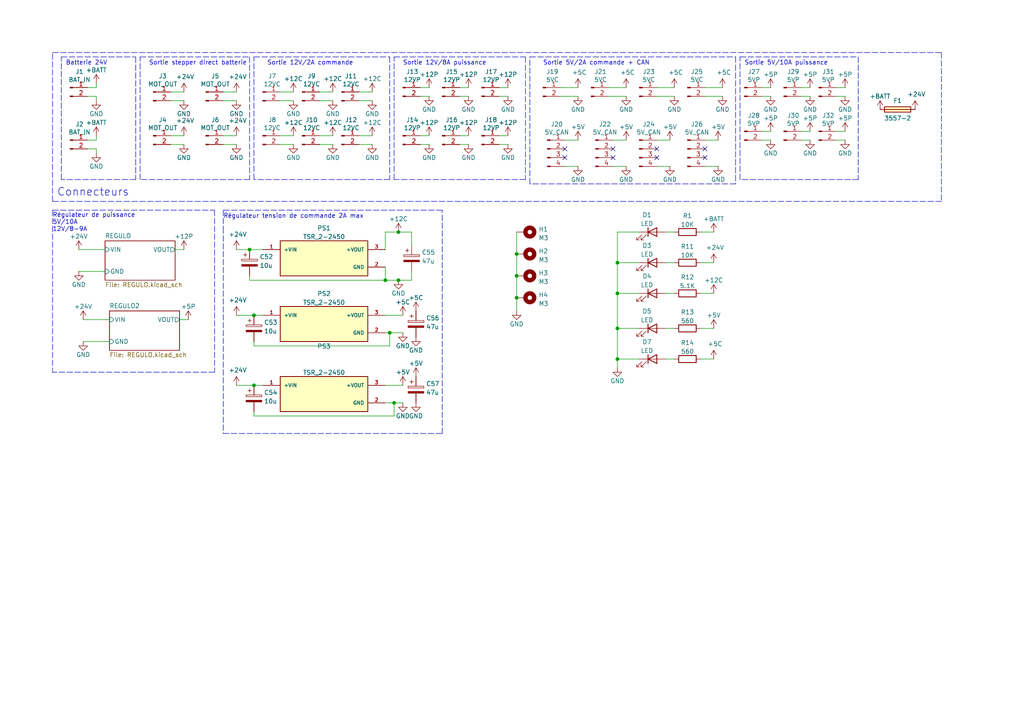
<source format=kicad_sch>
(kicad_sch (version 20211123) (generator eeschema)
  (paper "A4")
  (lib_symbols
    (symbol "AREA_composant:3557-2" (pin_numbers hide) (pin_names (offset 1.016) hide)
      (property "Reference" "F" (at -3.81 1.397 0))
      (property "Value" "3557-2" (at -3.81 -2.921 0))
      (symbol "3557-2_0_0"
        (rectangle (start -3.81 -0.762) (end 3.81 0.762) (stroke (width 0.254)) (fill (type background)))
        (pin passive line (at -5.08 0 0) (length 2.54) (name "~") (number "1"))
        (pin passive line (at -2.54 0 0) (length 2.54) (name "~") (number "2"))
        (pin passive line (at 5.08 0 180) (length 2.54) (name "~") (number "3"))
        (pin passive line (at 2.54 0 180) (length 2.54) (name "~") (number "4"))
      )
    )
    (symbol "AREA_composant:TSR_2-2450" (pin_names (offset 1.016))
      (property "Reference" "PS" (at -12.7 5.588 0))
      (property "Value" "TSR_2-2450" (at -12.7 -7.62 0))
      (symbol "TSR_2-2450_0_0"
        (rectangle (start -12.7 -5.08) (end 12.7 5.08) (stroke (width 0.254)) (fill (type background)))
        (pin input line (at -17.78 2.54 0) (length 5.08) (name "+VIN") (number "1"))
        (pin power_in line (at 17.78 -2.54 180) (length 5.08) (name "GND") (number "2"))
        (pin output line (at 17.78 2.54 180) (length 5.08) (name "+VOUT") (number "3"))
      )
    )
    (symbol "Connector:Conn_01x02_Male" (pin_names (offset 1.016) hide)
      (property "Reference" "J" (at 0 2.54 0))
      (property "Value" "Conn_01x02_Male" (at 0 -5.08 0))
      (symbol "Conn_01x02_Male_1_1"
        (polyline (pts (xy 1.27 -2.54) (xy 0.8636 -2.54)) (stroke (width 0.1524)))
        (polyline (pts (xy 1.27 0) (xy 0.8636 0)) (stroke (width 0.1524)))
        (rectangle (start 0.8636 -2.413) (end 0 -2.667) (stroke (width 0.1524)) (fill (type outline)))
        (rectangle (start 0.8636 0.127) (end 0 -0.127) (stroke (width 0.1524)) (fill (type outline)))
        (pin passive line (at 5.08 0 180) (length 3.81) (name "Pin_1") (number "1"))
        (pin passive line (at 5.08 -2.54 180) (length 3.81) (name "Pin_2") (number "2"))
      )
    )
    (symbol "Connector:Conn_01x04_Male" (pin_names (offset 1.016) hide)
      (property "Reference" "J" (at 0 5.08 0))
      (property "Value" "Conn_01x04_Male" (at 0 -7.62 0))
      (symbol "Conn_01x04_Male_1_1"
        (polyline (pts (xy 1.27 -5.08) (xy 0.8636 -5.08)) (stroke (width 0.1524)))
        (polyline (pts (xy 1.27 -2.54) (xy 0.8636 -2.54)) (stroke (width 0.1524)))
        (polyline (pts (xy 1.27 0) (xy 0.8636 0)) (stroke (width 0.1524)))
        (polyline (pts (xy 1.27 2.54) (xy 0.8636 2.54)) (stroke (width 0.1524)))
        (rectangle (start 0.8636 -4.953) (end 0 -5.207) (stroke (width 0.1524)) (fill (type outline)))
        (rectangle (start 0.8636 -2.413) (end 0 -2.667) (stroke (width 0.1524)) (fill (type outline)))
        (rectangle (start 0.8636 0.127) (end 0 -0.127) (stroke (width 0.1524)) (fill (type outline)))
        (rectangle (start 0.8636 2.667) (end 0 2.413) (stroke (width 0.1524)) (fill (type outline)))
        (pin passive line (at 5.08 2.54 180) (length 3.81) (name "Pin_1") (number "1"))
        (pin passive line (at 5.08 0 180) (length 3.81) (name "Pin_2") (number "2"))
        (pin passive line (at 5.08 -2.54 180) (length 3.81) (name "Pin_3") (number "3"))
        (pin passive line (at 5.08 -5.08 180) (length 3.81) (name "Pin_4") (number "4"))
      )
    )
    (symbol "Device:C_Polarized" (pin_numbers hide) (pin_names (offset 0.254))
      (property "Reference" "C" (at 0.635 2.54 0))
      (property "Value" "C_Polarized" (at 0.635 -2.54 0))
      (symbol "C_Polarized_0_1"
        (rectangle (start -2.286 0.508) (end 2.286 1.016))
        (polyline (pts (xy -1.778 2.286) (xy -0.762 2.286)))
        (polyline (pts (xy -1.27 2.794) (xy -1.27 1.778)))
        (rectangle (start 2.286 -0.508) (end -2.286 -1.016) (fill (type outline)))
      )
      (symbol "C_Polarized_1_1"
        (pin passive line (at 0 3.81 270) (length 2.794) (name "~") (number "1"))
        (pin passive line (at 0 -3.81 90) (length 2.794) (name "~") (number "2"))
      )
    )
    (symbol "Device:LED" (pin_numbers hide) (pin_names (offset 1.016) hide)
      (property "Reference" "D" (at 0 2.54 0))
      (property "Value" "LED" (at 0 -2.54 0))
      (symbol "LED_0_1"
        (polyline (pts (xy -1.27 -1.27) (xy -1.27 1.27)) (stroke (width 0.254)))
        (polyline (pts (xy -1.27 0) (xy 1.27 0)))
        (polyline (pts (xy 1.27 -1.27) (xy 1.27 1.27) (xy -1.27 0) (xy 1.27 -1.27)) (stroke (width 0.254)))
        (polyline (pts (xy -3.048 -0.762) (xy -4.572 -2.286) (xy -3.81 -2.286) (xy -4.572 -2.286) (xy -4.572 -1.524)))
        (polyline (pts (xy -1.778 -0.762) (xy -3.302 -2.286) (xy -2.54 -2.286) (xy -3.302 -2.286) (xy -3.302 -1.524)))
      )
      (symbol "LED_1_1"
        (pin passive line (at -3.81 0 0) (length 2.54) (name "K") (number "1"))
        (pin passive line (at 3.81 0 180) (length 2.54) (name "A") (number "2"))
      )
    )
    (symbol "Device:R" (pin_numbers hide) (pin_names (offset 0))
      (property "Reference" "R" (at 2.032 0 90))
      (property "Value" "R" (at 0 0 90))
      (symbol "R_0_1"
        (rectangle (start -1.016 -2.54) (end 1.016 2.54) (stroke (width 0.254)))
      )
      (symbol "R_1_1"
        (pin passive line (at 0 3.81 270) (length 1.27) (name "~") (number "1"))
        (pin passive line (at 0 -3.81 90) (length 1.27) (name "~") (number "2"))
      )
    )
    (symbol "Mechanical:MountingHole_Pad" (pin_numbers hide) (pin_names (offset 1.016) hide)
      (property "Reference" "H" (at 0 6.35 0))
      (property "Value" "MountingHole_Pad" (at 0 4.445 0))
      (symbol "MountingHole_Pad_0_1"
        (circle (center 0 1.27) (radius 1.27) (stroke (width 1.27)))
      )
      (symbol "MountingHole_Pad_1_1"
        (pin input line (at 0 -2.54 90) (length 2.54) (name "1") (number "1"))
      )
    )
    (symbol "power:+12C" (power) (pin_names (offset 0))
      (property "Value" "+12C" (at 0 3.81 0))
      (symbol "+12C_0_1"
        (polyline (pts (xy -0.762 1.27) (xy 0 2.54)))
        (polyline (pts (xy 0 0) (xy 0 2.54)))
        (polyline (pts (xy 0 2.54) (xy 0.762 1.27)))
      )
      (symbol "+12C_1_1"
        (pin power_in line (at 0 0 90) (length 0) hide (name "+12C") (number "1"))
      )
    )
    (symbol "power:+12P" (power) (pin_names (offset 0))
      (property "Value" "+12P" (at 0 3.556 0))
      (symbol "+12P_0_1"
        (polyline (pts (xy -0.762 1.27) (xy 0 2.54)))
        (polyline (pts (xy 0 0) (xy 0 2.54)))
        (polyline (pts (xy 0 2.54) (xy 0.762 1.27)))
      )
      (symbol "+12P_1_1"
        (pin power_in line (at 0 0 90) (length 0) hide (name "+12P") (number "1"))
      )
    )
    (symbol "power:+24V" (power) (pin_names (offset 0))
      (property "Value" "+24V" (at 0 3.556 0))
      (symbol "+24V_0_1"
        (polyline (pts (xy -0.762 1.27) (xy 0 2.54)))
        (polyline (pts (xy 0 0) (xy 0 2.54)))
        (polyline (pts (xy 0 2.54) (xy 0.762 1.27)))
      )
      (symbol "+24V_1_1"
        (pin power_in line (at 0 0 90) (length 0) hide (name "+24V") (number "1"))
      )
    )
    (symbol "power:+5C" (power) (pin_names (offset 0))
      (property "Value" "+5C" (at 0 3.556 0))
      (symbol "+5C_0_1"
        (polyline (pts (xy -0.762 1.27) (xy 0 2.54)))
        (polyline (pts (xy 0 0) (xy 0 2.54)))
        (polyline (pts (xy 0 2.54) (xy 0.762 1.27)))
      )
      (symbol "+5C_1_1"
        (pin power_in line (at 0 0 90) (length 0) hide (name "+5C") (number "1"))
      )
    )
    (symbol "power:+5P" (power) (pin_names (offset 0))
      (property "Value" "+5P" (at 0 3.556 0))
      (symbol "+5P_0_1"
        (polyline (pts (xy -0.762 1.27) (xy 0 2.54)))
        (polyline (pts (xy 0 0) (xy 0 2.54)))
        (polyline (pts (xy 0 2.54) (xy 0.762 1.27)))
      )
      (symbol "+5P_1_1"
        (pin power_in line (at 0 0 90) (length 0) hide (name "+5P") (number "1"))
      )
    )
    (symbol "power:+5V" (power) (pin_names (offset 0))
      (property "Value" "+5V" (at 0 3.556 0))
      (symbol "+5V_0_1"
        (polyline (pts (xy -0.762 1.27) (xy 0 2.54)))
        (polyline (pts (xy 0 0) (xy 0 2.54)))
        (polyline (pts (xy 0 2.54) (xy 0.762 1.27)))
      )
      (symbol "+5V_1_1"
        (pin power_in line (at 0 0 90) (length 0) hide (name "+5V") (number "1"))
      )
    )
    (symbol "power:+BATT" (power) (pin_names (offset 0))
      (property "Value" "+BATT" (at 0 3.556 0))
      (symbol "+BATT_0_1"
        (polyline (pts (xy -0.762 1.27) (xy 0 2.54)))
        (polyline (pts (xy 0 0) (xy 0 2.54)))
        (polyline (pts (xy 0 2.54) (xy 0.762 1.27)))
      )
      (symbol "+BATT_1_1"
        (pin power_in line (at 0 0 90) (length 0) hide (name "+BATT") (number "1"))
      )
    )
    (symbol "power:GND" (power) (pin_names (offset 0))
      (property "Value" "GND" (at 0 -3.81 0))
      (symbol "GND_0_1"
        (polyline (pts (xy 0 0) (xy 0 -1.27) (xy 1.27 -1.27) (xy 0 -2.54) (xy -1.27 -1.27) (xy 0 -1.27)))
      )
      (symbol "GND_1_1"
        (pin power_in line (at 0 0 270) (length 0) hide (name "GND") (number "1"))
      )
    )
  )
  (junction (at 113.03 96.52))
  (junction (at 73.66 111.76))
  (junction (at 179.07 76.2))
  (junction (at 114.3 116.84))
  (junction (at 115.57 67.31))
  (junction (at 179.07 85.09))
  (junction (at 149.86 80.01))
  (junction (at 73.66 91.44))
  (junction (at 115.57 81.28))
  (junction (at 149.86 73.66))
  (junction (at 111.76 81.28))
  (junction (at 179.07 95.25))
  (junction (at 179.07 104.14))
  (junction (at 149.86 86.36))
  (junction (at 72.39 72.39))
  (no_connect (at 204.47 43.18))
  (no_connect (at 177.8 45.72))
  (no_connect (at 190.5 45.72))
  (no_connect (at 177.8 43.18))
  (no_connect (at 190.5 43.18))
  (no_connect (at 204.47 45.72))
  (no_connect (at 163.83 43.18))
  (no_connect (at 163.83 45.72))
  (wire (pts (xy 111.76 91.44) (xy 116.84 91.44)))
  (polyline (pts (xy 64.77 125.73) (xy 128.27 125.73)))
  (wire (pts (xy 121.92 27.94) (xy 124.46 27.94)))
  (wire (pts (xy 185.42 85.09) (xy 179.07 85.09)))
  (wire (pts (xy 185.42 104.14) (xy 179.07 104.14)))
  (wire (pts (xy 64.77 41.91) (xy 68.58 41.91)))
  (wire (pts (xy 25.4 40.64) (xy 27.94 40.64)))
  (wire (pts (xy 119.38 81.28) (xy 119.38 78.74)))
  (wire (pts (xy 190.5 27.94) (xy 195.58 27.94)))
  (wire (pts (xy 193.04 76.2) (xy 195.58 76.2)))
  (wire (pts (xy 190.5 40.64) (xy 194.31 40.64)))
  (wire (pts (xy 232.41 25.4) (xy 234.95 25.4)))
  (wire (pts (xy 220.98 25.4) (xy 223.52 25.4)))
  (wire (pts (xy 114.3 120.65) (xy 73.66 120.65)))
  (wire (pts (xy 113.03 96.52) (xy 113.03 100.33)))
  (wire (pts (xy 162.56 25.4) (xy 167.64 25.4)))
  (wire (pts (xy 72.39 81.28) (xy 72.39 80.01)))
  (wire (pts (xy 203.2 95.25) (xy 207.01 95.25)))
  (wire (pts (xy 193.04 95.25) (xy 195.58 95.25)))
  (wire (pts (xy 232.41 38.1) (xy 234.95 38.1)))
  (wire (pts (xy 64.77 26.67) (xy 68.58 26.67)))
  (wire (pts (xy 185.42 76.2) (xy 179.07 76.2)))
  (wire (pts (xy 115.57 81.28) (xy 119.38 81.28)))
  (wire (pts (xy 179.07 85.09) (xy 179.07 95.25)))
  (wire (pts (xy 177.8 40.64) (xy 181.61 40.64)))
  (polyline (pts (xy 248.92 52.07) (xy 214.63 52.07)))
  (polyline (pts (xy 213.36 16.51) (xy 213.36 53.34)))
  (polyline (pts (xy 64.77 66.04) (xy 64.77 125.73)))
  (wire (pts (xy 104.14 39.37) (xy 107.95 39.37)))
  (wire (pts (xy 81.28 29.21) (xy 85.09 29.21)))
  (wire (pts (xy 133.35 27.94) (xy 135.89 27.94)))
  (wire (pts (xy 179.07 76.2) (xy 179.07 85.09)))
  (wire (pts (xy 203.2 76.2) (xy 207.01 76.2)))
  (wire (pts (xy 121.92 25.4) (xy 124.46 25.4)))
  (wire (pts (xy 114.3 116.84) (xy 116.84 116.84)))
  (wire (pts (xy 49.53 39.37) (xy 53.34 39.37)))
  (polyline (pts (xy 64.77 60.96) (xy 64.77 66.04)))
  (polyline (pts (xy 273.05 58.42) (xy 15.24 58.42)))
  (wire (pts (xy 111.76 81.28) (xy 111.76 77.47)))
  (wire (pts (xy 92.71 26.67) (xy 96.52 26.67)))
  (wire (pts (xy 111.76 96.52) (xy 113.03 96.52)))
  (wire (pts (xy 121.92 39.37) (xy 124.46 39.37)))
  (wire (pts (xy 64.77 29.21) (xy 68.58 29.21)))
  (wire (pts (xy 204.47 48.26) (xy 208.28 48.26)))
  (wire (pts (xy 193.04 85.09) (xy 195.58 85.09)))
  (wire (pts (xy 193.04 67.31) (xy 195.58 67.31)))
  (wire (pts (xy 220.98 38.1) (xy 223.52 38.1)))
  (wire (pts (xy 27.94 40.64) (xy 27.94 39.37)))
  (polyline (pts (xy 113.03 52.07) (xy 73.66 52.07)))
  (wire (pts (xy 113.03 100.33) (xy 73.66 100.33)))
  (wire (pts (xy 49.53 29.21) (xy 53.34 29.21)))
  (wire (pts (xy 162.56 27.94) (xy 167.64 27.94)))
  (polyline (pts (xy 73.66 52.07) (xy 73.66 16.51)))
  (polyline (pts (xy 114.3 16.51) (xy 152.4 16.51)))
  (polyline (pts (xy 213.36 53.34) (xy 153.67 53.34)))
  (polyline (pts (xy 248.92 16.51) (xy 248.92 52.07)))
  (wire (pts (xy 176.53 27.94) (xy 181.61 27.94)))
  (wire (pts (xy 115.57 67.31) (xy 119.38 67.31)))
  (wire (pts (xy 203.2 85.09) (xy 207.01 85.09)))
  (wire (pts (xy 185.42 95.25) (xy 179.07 95.25)))
  (wire (pts (xy 144.78 39.37) (xy 147.32 39.37)))
  (polyline (pts (xy 214.63 16.51) (xy 248.92 16.51)))
  (wire (pts (xy 203.2 67.31) (xy 207.01 67.31)))
  (polyline (pts (xy 128.27 60.96) (xy 64.77 60.96)))
  (polyline (pts (xy 72.39 16.51) (xy 72.39 52.07)))
  (wire (pts (xy 27.94 27.94) (xy 25.4 27.94)))
  (polyline (pts (xy 15.24 15.24) (xy 273.05 15.24)))
  (wire (pts (xy 179.07 104.14) (xy 179.07 106.68)))
  (wire (pts (xy 203.2 104.14) (xy 207.01 104.14)))
  (wire (pts (xy 73.66 111.76) (xy 76.2 111.76)))
  (wire (pts (xy 190.5 25.4) (xy 195.58 25.4)))
  (wire (pts (xy 242.57 40.64) (xy 245.11 40.64)))
  (wire (pts (xy 119.38 67.31) (xy 119.38 71.12)))
  (wire (pts (xy 204.47 40.64) (xy 208.28 40.64)))
  (wire (pts (xy 104.14 26.67) (xy 107.95 26.67)))
  (wire (pts (xy 232.41 40.64) (xy 234.95 40.64)))
  (wire (pts (xy 81.28 41.91) (xy 85.09 41.91)))
  (wire (pts (xy 220.98 27.94) (xy 223.52 27.94)))
  (wire (pts (xy 149.86 86.36) (xy 149.86 90.17)))
  (wire (pts (xy 179.07 67.31) (xy 179.07 76.2)))
  (wire (pts (xy 149.86 67.31) (xy 149.86 73.66)))
  (wire (pts (xy 104.14 41.91) (xy 107.95 41.91)))
  (wire (pts (xy 232.41 27.94) (xy 234.95 27.94)))
  (wire (pts (xy 104.14 29.21) (xy 107.95 29.21)))
  (wire (pts (xy 111.76 67.31) (xy 115.57 67.31)))
  (wire (pts (xy 111.76 72.39) (xy 111.76 67.31)))
  (wire (pts (xy 163.83 40.64) (xy 167.64 40.64)))
  (wire (pts (xy 133.35 41.91) (xy 135.89 41.91)))
  (wire (pts (xy 27.94 44.45) (xy 27.94 43.18)))
  (wire (pts (xy 193.04 104.14) (xy 195.58 104.14)))
  (polyline (pts (xy 17.78 52.07) (xy 17.78 16.51)))
  (wire (pts (xy 220.98 40.64) (xy 223.52 40.64)))
  (wire (pts (xy 242.57 27.94) (xy 245.11 27.94)))
  (wire (pts (xy 111.76 81.28) (xy 115.57 81.28)))
  (polyline (pts (xy 152.4 52.07) (xy 114.3 52.07)))
  (wire (pts (xy 92.71 39.37) (xy 96.52 39.37)))
  (wire (pts (xy 22.86 72.39) (xy 30.48 72.39)))
  (polyline (pts (xy 15.24 60.96) (xy 62.23 60.96)))
  (wire (pts (xy 68.58 72.39) (xy 72.39 72.39)))
  (wire (pts (xy 72.39 72.39) (xy 76.2 72.39)))
  (wire (pts (xy 49.53 26.67) (xy 53.34 26.67)))
  (polyline (pts (xy 152.4 16.51) (xy 152.4 52.07)))
  (polyline (pts (xy 128.27 125.73) (xy 128.27 60.96)))
  (wire (pts (xy 92.71 41.91) (xy 96.52 41.91)))
  (wire (pts (xy 22.86 78.74) (xy 30.48 78.74)))
  (polyline (pts (xy 214.63 52.07) (xy 214.63 16.51)))
  (wire (pts (xy 73.66 120.65) (xy 73.66 119.38)))
  (wire (pts (xy 111.76 116.84) (xy 114.3 116.84)))
  (polyline (pts (xy 114.3 52.07) (xy 114.3 16.51)))
  (wire (pts (xy 25.4 25.4) (xy 27.94 25.4)))
  (polyline (pts (xy 62.23 107.95) (xy 15.24 107.95)))
  (polyline (pts (xy 153.67 16.51) (xy 213.36 16.51)))
  (wire (pts (xy 111.76 111.76) (xy 116.84 111.76)))
  (wire (pts (xy 185.42 67.31) (xy 179.07 67.31)))
  (wire (pts (xy 177.8 48.26) (xy 181.61 48.26)))
  (wire (pts (xy 144.78 25.4) (xy 147.32 25.4)))
  (wire (pts (xy 49.53 41.91) (xy 53.34 41.91)))
  (wire (pts (xy 144.78 27.94) (xy 147.32 27.94)))
  (polyline (pts (xy 39.37 52.07) (xy 17.78 52.07)))
  (wire (pts (xy 144.78 41.91) (xy 147.32 41.91)))
  (wire (pts (xy 113.03 96.52) (xy 116.84 96.52)))
  (wire (pts (xy 50.8 72.39) (xy 53.34 72.39)))
  (polyline (pts (xy 39.37 16.51) (xy 39.37 52.07)))
  (polyline (pts (xy 73.66 16.51) (xy 113.03 16.51)))
  (polyline (pts (xy 273.05 15.24) (xy 273.05 58.42)))
  (polyline (pts (xy 113.03 16.51) (xy 113.03 52.07)))
  (wire (pts (xy 149.86 73.66) (xy 149.86 80.01)))
  (wire (pts (xy 68.58 111.76) (xy 73.66 111.76)))
  (wire (pts (xy 24.13 92.71) (xy 31.75 92.71)))
  (wire (pts (xy 73.66 100.33) (xy 73.66 99.06)))
  (wire (pts (xy 81.28 39.37) (xy 85.09 39.37)))
  (wire (pts (xy 163.83 48.26) (xy 167.64 48.26)))
  (wire (pts (xy 114.3 116.84) (xy 114.3 120.65)))
  (wire (pts (xy 179.07 95.25) (xy 179.07 104.14)))
  (polyline (pts (xy 62.23 60.96) (xy 62.23 107.95)))
  (wire (pts (xy 190.5 48.26) (xy 194.31 48.26)))
  (wire (pts (xy 52.07 92.71) (xy 54.61 92.71)))
  (wire (pts (xy 204.47 27.94) (xy 209.55 27.94)))
  (polyline (pts (xy 72.39 52.07) (xy 40.64 52.07)))
  (polyline (pts (xy 153.67 53.34) (xy 153.67 16.51)))
  (polyline (pts (xy 15.24 60.96) (xy 15.24 107.95)))
  (wire (pts (xy 64.77 39.37) (xy 68.58 39.37)))
  (polyline (pts (xy 17.78 16.51) (xy 39.37 16.51)))
  (polyline (pts (xy 15.24 58.42) (xy 15.24 15.24)))
  (wire (pts (xy 92.71 29.21) (xy 96.52 29.21)))
  (wire (pts (xy 176.53 25.4) (xy 181.61 25.4)))
  (wire (pts (xy 149.86 80.01) (xy 149.86 86.36)))
  (polyline (pts (xy 40.64 52.07) (xy 40.64 16.51)))
  (wire (pts (xy 111.76 81.28) (xy 72.39 81.28)))
  (polyline (pts (xy 40.64 16.51) (xy 72.39 16.51)))
  (wire (pts (xy 133.35 25.4) (xy 135.89 25.4)))
  (wire (pts (xy 81.28 26.67) (xy 85.09 26.67)))
  (wire (pts (xy 27.94 43.18) (xy 25.4 43.18)))
  (wire (pts (xy 121.92 41.91) (xy 124.46 41.91)))
  (wire (pts (xy 24.13 99.06) (xy 31.75 99.06)))
  (wire (pts (xy 27.94 29.21) (xy 27.94 27.94)))
  (wire (pts (xy 242.57 38.1) (xy 245.11 38.1)))
  (wire (pts (xy 204.47 25.4) (xy 209.55 25.4)))
  (wire (pts (xy 242.57 25.4) (xy 245.11 25.4)))
  (wire (pts (xy 27.94 25.4) (xy 27.94 24.13)))
  (wire (pts (xy 133.35 39.37) (xy 135.89 39.37)))
  (wire (pts (xy 68.58 91.44) (xy 73.66 91.44)))
  (wire (pts (xy 73.66 91.44) (xy 76.2 91.44)))
  (text "Batterie 24V" (at 19.05 19.05 0) (effects (font (size 1.27 1.27)) (justify left bottom)))
  (text "Sortie 12V/8A puissance" (at 116.84 19.05 0) (effects (font (size 1.27 1.27)) (justify left bottom)))
  (text "Connecteurs" (at 16.51 57.15 0) (effects (font (size 2.2606 2.2606)) (justify left bottom)))
  (text "Sortie stepper direct batterie" (at 43.18 19.05 0) (effects (font (size 1.27 1.27)) (justify left bottom)))
  (text "Sortie 5V/2A commande + CAN" (at 157.48 19.05 0) (effects (font (size 1.27 1.27)) (justify left bottom)))
  (text "Régulateur de puissance\n5V/10A\n12V/8-9A" (at 15.24 67.31 0) (effects (font (size 1.27 1.27)) (justify left bottom)))
  (text "Sortie 12V/2A commande" (at 77.47 19.05 0) (effects (font (size 1.27 1.27)) (justify left bottom)))
  (text "Régulateur tension de commande 2A max" (at 64.77 63.5 0) (effects (font (size 1.27 1.27)) (justify left bottom)))
  (text "Sortie 5V/10A puissance" (at 215.9 19.05 0) (effects (font (size 1.27 1.27)) (justify left bottom)))
  (symbol (lib_id "power:GND") (at 179.07 106.68 0) (unit 1)
    (property "Reference" "#PWR0110" (effects hide))
    (property "Value" "GND" (at 179.07 110.49 0))
  )
  (symbol (lib_id "Connector:Conn_01x02_Male") (at 44.45 39.37 0) (unit 1)
    (property "Reference" "J4" (at 47.1932 34.7726 0))
    (property "Value" "MOT_OUT" (at 47.1932 37.084 0))
    (property "Footprint" "AREA_lib_Connector:Wuerth_batcon_691313710002" (effects hide))
  )
  (symbol (lib_id "power:GND") (at 234.95 40.64 0) (unit 1)
    (property "Reference" "#PWR078" (effects hide))
    (property "Value" "GND" (at 234.95 44.45 0))
  )
  (symbol (lib_id "Mechanical:MountingHole_Pad") (at 152.4 67.31 270) (unit 1)
    (property "Reference" "H1" (at 156.21 66.4753 90) (effects (justify left)))
    (property "Value" "M3" (at 156.21 69.0122 90) (effects (justify left)))
    (property "Footprint" "MountingHole:MountingHole_3.2mm_M3_Pad_Via" (effects hide))
  )
  (symbol (lib_id "power:+12C") (at 107.95 26.67 0) (unit 1)
    (property "Reference" "#PWR033" (effects hide))
    (property "Value" "+12C" (at 107.95 22.86 0))
  )
  (symbol (lib_id "Connector:Conn_01x02_Male") (at 116.84 25.4 0) (unit 1)
    (property "Reference" "J13" (at 119.5832 20.8026 0))
    (property "Value" "12VP" (at 119.5832 23.114 0))
    (property "Footprint" "AREA_lib_Connector:Wuerth_3.96mm_2pin_645002114822" (effects hide))
  )
  (symbol (lib_id "Connector:Conn_01x02_Male") (at 215.9 25.4 0) (unit 1)
    (property "Reference" "J27" (at 218.6432 20.8026 0))
    (property "Value" "5VP" (at 218.6432 23.114 0))
    (property "Footprint" "AREA_lib_Connector:Wuerth_3.96mm_2pin_645002114822" (effects hide))
  )
  (symbol (lib_id "Connector:Conn_01x02_Male") (at 20.32 40.64 0) (unit 1)
    (property "Reference" "J2" (at 23.0632 36.0426 0))
    (property "Value" "BAT_IN" (at 23.0632 38.354 0))
    (property "Footprint" "AREA_lib_Connector:Wuerth_batcon_691313710002" (effects hide))
  )
  (symbol (lib_id "power:+12P") (at 135.89 25.4 0) (unit 1)
    (property "Reference" "#PWR047" (effects hide))
    (property "Value" "+12P" (at 135.89 21.59 0))
  )
  (symbol (lib_id "Device:R") (at 199.39 67.31 270) (unit 1)
    (property "Reference" "R1" (at 199.39 62.5942 90))
    (property "Value" "10K" (at 199.39 65.1311 90))
    (property "Footprint" "Resistor_SMD:R_0805_2012Metric_Pad1.20x1.40mm_HandSolder" (effects hide))
  )
  (symbol (lib_id "power:GND") (at 85.09 41.91 0) (unit 1)
    (property "Reference" "#PWR028" (effects hide))
    (property "Value" "GND" (at 85.09 45.72 0))
  )
  (symbol (lib_id "power:GND") (at 85.09 29.21 0) (unit 1)
    (property "Reference" "#PWR026" (effects hide))
    (property "Value" "GND" (at 85.09 33.02 0))
  )
  (symbol (lib_id "Device:C_Polarized") (at 72.39 76.2 0) (unit 1)
    (property "Reference" "C52" (at 75.311 74.4763 0) (effects (justify left)))
    (property "Value" "10u" (at 75.311 77.0132 0) (effects (justify left)))
    (property "Footprint" "Capacitor_THT:CP_Radial_D4.0mm_P2.00mm" (effects hide))
  )
  (symbol (lib_id "power:GND") (at 245.11 40.64 0) (unit 1)
    (property "Reference" "#PWR082" (effects hide))
    (property "Value" "GND" (at 245.11 44.45 0))
  )
  (symbol (lib_id "power:+12P") (at 53.34 72.39 0) (unit 1)
    (property "Reference" "#PWR015" (effects hide))
    (property "Value" "+12P" (at 53.34 68.58 0))
  )
  (symbol (lib_id "Device:LED") (at 189.23 85.09 0) (unit 1)
    (property "Reference" "D4" (at 187.6425 80.1202 0))
    (property "Value" "LED" (at 187.6425 82.6571 0))
    (property "Footprint" "LED_SMD:LED_0805_2012Metric_Pad1.15x1.40mm_HandSolder" (effects hide))
  )
  (symbol (lib_id "power:GND") (at 96.52 41.91 0) (unit 1)
    (property "Reference" "#PWR032" (effects hide))
    (property "Value" "GND" (at 96.52 45.72 0))
  )
  (symbol (lib_id "power:GND") (at 167.64 48.26 0) (unit 1)
    (property "Reference" "#PWR058" (effects hide))
    (property "Value" "GND" (at 167.64 52.07 0))
  )
  (symbol (lib_id "power:+24V") (at 265.43 31.75 0) (unit 1)
    (property "Reference" "#PWR084" (effects hide))
    (property "Value" "+24V" (at 265.811 27.3558 0))
  )
  (symbol (lib_id "power:+12P") (at 124.46 39.37 0) (unit 1)
    (property "Reference" "#PWR045" (effects hide))
    (property "Value" "+12P" (at 124.46 35.56 0))
  )
  (symbol (lib_id "power:+5C") (at 167.64 25.4 0) (unit 1)
    (property "Reference" "#PWR055" (effects hide))
    (property "Value" "+5C" (at 168.021 21.0058 0))
  )
  (symbol (lib_id "power:+5V") (at 120.65 109.22 0) (unit 1)
    (property "Reference" "#PWR0105" (effects hide))
    (property "Value" "+5V" (at 120.65 105.41 0))
  )
  (symbol (lib_id "power:GND") (at 96.52 29.21 0) (unit 1)
    (property "Reference" "#PWR030" (effects hide))
    (property "Value" "GND" (at 96.52 33.02 0))
  )
  (symbol (lib_id "Device:LED") (at 189.23 67.31 0) (unit 1)
    (property "Reference" "D1" (at 187.6425 62.3402 0))
    (property "Value" "LED" (at 187.6425 64.8771 0))
    (property "Footprint" "LED_SMD:LED_0805_2012Metric_Pad1.15x1.40mm_HandSolder" (effects hide))
  )
  (symbol (lib_id "power:+5P") (at 54.61 92.71 0) (unit 1)
    (property "Reference" "#PWR017" (effects hide))
    (property "Value" "+5P" (at 54.61 88.9 0))
  )
  (symbol (lib_id "power:+12P") (at 124.46 25.4 0) (unit 1)
    (property "Reference" "#PWR043" (effects hide))
    (property "Value" "+12P" (at 124.46 21.59 0))
  )
  (symbol (lib_id "power:GND") (at 209.55 27.94 0) (unit 1)
    (property "Reference" "#PWR070" (effects hide))
    (property "Value" "GND" (at 209.55 31.75 0))
  )
  (symbol (lib_id "Device:C_Polarized") (at 120.65 93.98 0) (unit 1)
    (property "Reference" "C56" (at 123.571 92.2563 0) (effects (justify left)))
    (property "Value" "47u" (at 123.571 94.7932 0) (effects (justify left)))
    (property "Footprint" "Capacitor_THT:CP_Radial_D4.0mm_P2.00mm" (effects hide))
  )
  (symbol (lib_id "Connector:Conn_01x04_Male") (at 158.75 43.18 0) (unit 1)
    (property "Reference" "J20" (at 161.4932 36.0426 0))
    (property "Value" "5V_CAN" (at 161.4932 38.354 0))
    (property "Footprint" "AREA_lib_Connector:690367290476" (effects hide))
  )
  (symbol (lib_id "power:+5V") (at 167.64 40.64 0) (unit 1)
    (property "Reference" "#PWR057" (effects hide))
    (property "Value" "+5V" (at 167.64 36.83 0))
  )
  (symbol (lib_id "power:+5P") (at 234.95 25.4 0) (unit 1)
    (property "Reference" "#PWR075" (effects hide))
    (property "Value" "+5P" (at 234.95 21.59 0))
  )
  (symbol (lib_id "power:GND") (at 107.95 29.21 0) (unit 1)
    (property "Reference" "#PWR034" (effects hide))
    (property "Value" "GND" (at 107.95 33.02 0))
  )
  (symbol (lib_id "power:+5C") (at 120.65 90.17 0) (unit 1)
    (property "Reference" "#PWR0103" (effects hide))
    (property "Value" "+5C" (at 120.65 86.36 0))
  )
  (symbol (lib_id "Connector:Conn_01x02_Male") (at 87.63 39.37 0) (unit 1)
    (property "Reference" "J10" (at 90.3732 34.7726 0))
    (property "Value" "12VC" (at 90.3732 37.084 0))
    (property "Footprint" "AREA_lib_Connector:Wuerth_2.54mm_2pins_61900211121" (effects hide))
  )
  (symbol (lib_id "Connector:Conn_01x04_Male") (at 172.72 43.18 0) (unit 1)
    (property "Reference" "J22" (at 175.4632 36.0426 0))
    (property "Value" "5V_CAN" (at 175.4632 38.354 0))
    (property "Footprint" "AREA_lib_Connector:690367290476" (effects hide))
  )
  (symbol (lib_id "Connector:Conn_01x02_Male") (at 199.39 25.4 0) (unit 1)
    (property "Reference" "J25" (at 202.1332 20.8026 0))
    (property "Value" "5VC" (at 202.1332 23.114 0))
    (property "Footprint" "AREA_lib_Connector:Wuerth_2.54mm_2pins_61900211121" (effects hide))
  )
  (symbol (lib_id "Device:C_Polarized") (at 73.66 95.25 0) (unit 1)
    (property "Reference" "C53" (at 76.581 93.5263 0) (effects (justify left)))
    (property "Value" "10u" (at 76.581 96.0632 0) (effects (justify left)))
    (property "Footprint" "Capacitor_THT:CP_Radial_D4.0mm_P2.00mm" (effects hide))
  )
  (symbol (lib_id "power:+24V") (at 24.13 92.71 0) (unit 1)
    (property "Reference" "#PWR05" (effects hide))
    (property "Value" "+24V" (at 24.13 88.9 0))
  )
  (symbol (lib_id "Device:C_Polarized") (at 119.38 74.93 0) (unit 1)
    (property "Reference" "C55" (at 122.301 73.2063 0) (effects (justify left)))
    (property "Value" "47u" (at 122.301 75.7432 0) (effects (justify left)))
    (property "Footprint" "Capacitor_THT:CP_Radial_D4.0mm_P2.00mm" (effects hide))
  )
  (symbol (lib_id "power:+24V") (at 68.58 39.37 0) (unit 1)
    (property "Reference" "#PWR020" (effects hide))
    (property "Value" "+24V" (at 68.961 34.9758 0))
  )
  (symbol (lib_id "Connector:Conn_01x02_Male") (at 87.63 26.67 0) (unit 1)
    (property "Reference" "J9" (at 90.3732 22.0726 0))
    (property "Value" "12VC" (at 90.3732 24.384 0))
    (property "Footprint" "AREA_lib_Connector:Wuerth_2.54mm_2pins_61900211121" (effects hide))
  )
  (symbol (lib_id "Connector:Conn_01x02_Male") (at 128.27 39.37 0) (unit 1)
    (property "Reference" "J16" (at 131.0132 34.7726 0))
    (property "Value" "12VP" (at 131.0132 37.084 0))
    (property "Footprint" "AREA_lib_Connector:Wuerth_3.96mm_2pin_645002114822" (effects hide))
  )
  (symbol (lib_id "Connector:Conn_01x02_Male") (at 237.49 25.4 0) (unit 1)
    (property "Reference" "J31" (at 240.2332 20.8026 0))
    (property "Value" "5VP" (at 240.2332 23.114 0))
    (property "Footprint" "AREA_lib_Connector:Wuerth_3.96mm_2pin_645002114822" (effects hide))
  )
  (symbol (lib_id "Connector:Conn_01x02_Male") (at 76.2 39.37 0) (unit 1)
    (property "Reference" "J8" (at 78.9432 34.7726 0))
    (property "Value" "12VC" (at 78.9432 37.084 0))
    (property "Footprint" "AREA_lib_Connector:Wuerth_2.54mm_2pins_61900211121" (effects hide))
  )
  (symbol (lib_id "Connector:Conn_01x04_Male") (at 199.39 43.18 0) (unit 1)
    (property "Reference" "J26" (at 202.1332 36.0426 0))
    (property "Value" "5V_CAN" (at 202.1332 38.354 0))
    (property "Footprint" "AREA_lib_Connector:690367290476" (effects hide))
  )
  (symbol (lib_id "power:+BATT") (at 255.27 31.75 0) (unit 1)
    (property "Reference" "#PWR083" (effects hide))
    (property "Value" "+BATT" (at 255.27 27.94 0))
  )
  (symbol (lib_id "Device:C_Polarized") (at 120.65 113.03 0) (unit 1)
    (property "Reference" "C57" (at 123.571 111.3063 0) (effects (justify left)))
    (property "Value" "47u" (at 123.571 113.8432 0) (effects (justify left)))
    (property "Footprint" "Capacitor_THT:CP_Radial_D4.0mm_P2.00mm" (effects hide))
  )
  (symbol (lib_id "Connector:Conn_01x02_Male") (at 20.32 25.4 0) (unit 1)
    (property "Reference" "J1" (at 23.0632 20.8026 0))
    (property "Value" "BAT_IN" (at 23.0632 23.114 0))
    (property "Footprint" "AREA_lib_Connector:Wuerth_batcon_691313710002" (effects hide))
  )
  (symbol (lib_id "power:+12P") (at 147.32 39.37 0) (unit 1)
    (property "Reference" "#PWR053" (effects hide))
    (property "Value" "+12P" (at 147.32 35.56 0))
  )
  (symbol (lib_id "Connector:Conn_01x02_Male") (at 99.06 39.37 0) (unit 1)
    (property "Reference" "J12" (at 101.8032 34.7726 0))
    (property "Value" "12VC" (at 101.8032 37.084 0))
    (property "Footprint" "AREA_lib_Connector:Wuerth_2.54mm_2pins_61900211121" (effects hide))
  )
  (symbol (lib_id "power:GND") (at 120.65 116.84 0) (unit 1)
    (property "Reference" "#PWR0106" (effects hide))
    (property "Value" "GND" (at 120.65 120.65 0))
  )
  (symbol (lib_id "power:GND") (at 116.84 116.84 0) (unit 1)
    (property "Reference" "#PWR042" (effects hide))
    (property "Value" "GND" (at 116.84 120.65 0))
  )
  (symbol (lib_id "power:+12C") (at 115.57 67.31 0) (unit 1)
    (property "Reference" "#PWR037" (effects hide))
    (property "Value" "+12C" (at 115.57 63.5 0))
  )
  (symbol (lib_id "power:GND") (at 147.32 27.94 0) (unit 1)
    (property "Reference" "#PWR052" (effects hide))
    (property "Value" "GND" (at 147.32 31.75 0))
  )
  (symbol (lib_id "power:+5C") (at 209.55 25.4 0) (unit 1)
    (property "Reference" "#PWR069" (effects hide))
    (property "Value" "+5C" (at 209.931 21.0058 0))
  )
  (symbol (lib_id "power:GND") (at 181.61 48.26 0) (unit 1)
    (property "Reference" "#PWR062" (effects hide))
    (property "Value" "GND" (at 181.61 52.07 0))
  )
  (symbol (lib_id "Mechanical:MountingHole_Pad") (at 152.4 80.01 270) (unit 1)
    (property "Reference" "H3" (at 156.21 79.1753 90) (effects (justify left)))
    (property "Value" "M3" (at 156.21 81.7122 90) (effects (justify left)))
    (property "Footprint" "MountingHole:MountingHole_3.2mm_M3_Pad_Via" (effects hide))
  )
  (symbol (lib_id "power:GND") (at 208.28 48.26 0) (unit 1)
    (property "Reference" "#PWR068" (effects hide))
    (property "Value" "GND" (at 208.28 52.07 0))
  )
  (symbol (lib_id "power:+BATT") (at 207.01 67.31 0) (unit 1)
    (property "Reference" "#PWR0109" (effects hide))
    (property "Value" "+BATT" (at 207.01 63.5 0))
  )
  (symbol (lib_id "power:+24V") (at 68.58 72.39 0) (unit 1)
    (property "Reference" "#PWR022" (effects hide))
    (property "Value" "+24V" (at 68.961 67.9958 0))
  )
  (symbol (lib_id "power:GND") (at 53.34 29.21 0) (unit 1)
    (property "Reference" "#PWR012" (effects hide))
    (property "Value" "GND" (at 53.34 33.02 0))
  )
  (symbol (lib_id "power:GND") (at 194.31 48.26 0) (unit 1)
    (property "Reference" "#PWR064" (effects hide))
    (property "Value" "GND" (at 194.31 52.07 0))
  )
  (symbol (lib_id "power:GND") (at 135.89 27.94 0) (unit 1)
    (property "Reference" "#PWR048" (effects hide))
    (property "Value" "GND" (at 135.89 31.75 0))
  )
  (symbol (lib_id "power:GND") (at 223.52 27.94 0) (unit 1)
    (property "Reference" "#PWR072" (effects hide))
    (property "Value" "GND" (at 223.52 31.75 0))
  )
  (symbol (lib_id "Device:R") (at 199.39 95.25 270) (unit 1)
    (property "Reference" "R13" (at 199.39 90.5342 90))
    (property "Value" "560" (at 199.39 93.0711 90))
    (property "Footprint" "Resistor_SMD:R_0805_2012Metric_Pad1.20x1.40mm_HandSolder" (effects hide))
  )
  (symbol (lib_id "power:+24V") (at 53.34 26.67 0) (unit 1)
    (property "Reference" "#PWR011" (effects hide))
    (property "Value" "+24V" (at 53.721 22.2758 0))
  )
  (symbol (lib_id "power:+12C") (at 96.52 26.67 0) (unit 1)
    (property "Reference" "#PWR029" (effects hide))
    (property "Value" "+12C" (at 96.52 22.86 0))
  )
  (symbol (lib_id "power:GND") (at 245.11 27.94 0) (unit 1)
    (property "Reference" "#PWR080" (effects hide))
    (property "Value" "GND" (at 245.11 31.75 0))
  )
  (symbol (lib_id "Mechanical:MountingHole_Pad") (at 152.4 73.66 270) (unit 1)
    (property "Reference" "H2" (at 156.21 72.8253 90) (effects (justify left)))
    (property "Value" "M3" (at 156.21 75.3622 90) (effects (justify left)))
    (property "Footprint" "MountingHole:MountingHole_3.2mm_M3_Pad_Via" (effects hide))
  )
  (symbol (lib_id "Connector:Conn_01x02_Male") (at 171.45 25.4 0) (unit 1)
    (property "Reference" "J21" (at 174.1932 20.8026 0))
    (property "Value" "5VC" (at 174.1932 23.114 0))
    (property "Footprint" "AREA_lib_Connector:Wuerth_2.54mm_2pins_61900211121" (effects hide))
  )
  (symbol (lib_id "power:GND") (at 116.84 96.52 0) (unit 1)
    (property "Reference" "#PWR040" (effects hide))
    (property "Value" "GND" (at 116.84 100.33 0))
  )
  (symbol (lib_id "power:+5V") (at 194.31 40.64 0) (unit 1)
    (property "Reference" "#PWR063" (effects hide))
    (property "Value" "+5V" (at 194.31 36.83 0))
  )
  (symbol (lib_id "power:GND") (at 167.64 27.94 0) (unit 1)
    (property "Reference" "#PWR056" (effects hide))
    (property "Value" "GND" (at 167.64 31.75 0))
  )
  (symbol (lib_id "Connector:Conn_01x02_Male") (at 99.06 26.67 0) (unit 1)
    (property "Reference" "J11" (at 101.8032 22.0726 0))
    (property "Value" "12VC" (at 101.8032 24.384 0))
    (property "Footprint" "AREA_lib_Connector:Wuerth_2.54mm_2pins_61900211121" (effects hide))
  )
  (symbol (lib_id "power:+24V") (at 68.58 91.44 0) (unit 1)
    (property "Reference" "#PWR023" (effects hide))
    (property "Value" "+24V" (at 68.961 87.0458 0))
  )
  (symbol (lib_id "Connector:Conn_01x02_Male") (at 44.45 26.67 0) (unit 1)
    (property "Reference" "J3" (at 47.1932 22.0726 0))
    (property "Value" "MOT_OUT" (at 47.1932 24.384 0))
    (property "Footprint" "AREA_lib_Connector:Wuerth_batcon_691313710002" (effects hide))
  )
  (symbol (lib_id "Device:R") (at 199.39 76.2 270) (unit 1)
    (property "Reference" "R11" (at 199.39 71.4842 90))
    (property "Value" "10K" (at 199.39 74.0211 90))
    (property "Footprint" "Resistor_SMD:R_0805_2012Metric_Pad1.20x1.40mm_HandSolder" (effects hide))
  )
  (symbol (lib_id "Connector:Conn_01x02_Male") (at 59.69 26.67 0) (unit 1)
    (property "Reference" "J5" (at 62.4332 22.0726 0))
    (property "Value" "MOT_OUT" (at 62.4332 24.384 0))
    (property "Footprint" "AREA_lib_Connector:Wuerth_batcon_691313710002" (effects hide))
  )
  (symbol (lib_id "Device:LED") (at 189.23 95.25 0) (unit 1)
    (property "Reference" "D5" (at 187.6425 90.2802 0))
    (property "Value" "LED" (at 187.6425 92.8171 0))
    (property "Footprint" "LED_SMD:LED_0805_2012Metric_Pad1.15x1.40mm_HandSolder" (effects hide))
  )
  (symbol (lib_id "AREA_composant:TSR_2-2450") (at 93.98 114.3 0) (unit 1)
    (property "Reference" "PS3" (at 93.98 100.4402 0))
    (property "Value" "TSR_2-2450" (at 93.98 108.0571 0))
    (property "Footprint" "AREA_lib_composant:CONV_TSR_2-2450" (effects hide))
    (property "PARTREV" "May 14, 2020" (effects hide))
    (property "MAXIMUM_PACKAGE_HEIGHT" "10.6mm" (effects hide))
    (property "STANDARD" "Manufacturer Recommendations" (effects hide))
    (property "MANUFACTURER" "Traco Power" (effects hide))
  )
  (symbol (lib_id "power:+5V") (at 208.28 40.64 0) (unit 1)
    (property "Reference" "#PWR067" (effects hide))
    (property "Value" "+5V" (at 208.28 36.83 0))
  )
  (symbol (lib_id "power:GND") (at 53.34 41.91 0) (unit 1)
    (property "Reference" "#PWR014" (effects hide))
    (property "Value" "GND" (at 53.34 45.72 0))
  )
  (symbol (lib_id "power:GND") (at 107.95 41.91 0) (unit 1)
    (property "Reference" "#PWR036" (effects hide))
    (property "Value" "GND" (at 107.95 45.72 0))
  )
  (symbol (lib_id "AREA_composant:TSR_2-2450") (at 93.98 74.93 0) (unit 1)
    (property "Reference" "PS1" (at 93.98 66.1502 0))
    (property "Value" "TSR_2-2450" (at 93.98 68.6871 0))
    (property "Footprint" "AREA_lib_composant:CONV_TSR_2-2450" (effects hide))
    (property "PARTREV" "May 14, 2020" (effects hide))
    (property "MAXIMUM_PACKAGE_HEIGHT" "10.6mm" (effects hide))
    (property "STANDARD" "Manufacturer Recommendations" (effects hide))
    (property "MANUFACTURER" "Traco Power" (effects hide))
  )
  (symbol (lib_id "power:+24V") (at 22.86 72.39 0) (unit 1)
    (property "Reference" "#PWR01" (effects hide))
    (property "Value" "+24V" (at 22.86 68.58 0))
  )
  (symbol (lib_id "Connector:Conn_01x02_Male") (at 227.33 38.1 0) (unit 1)
    (property "Reference" "J30" (at 230.0732 33.5026 0))
    (property "Value" "5VP" (at 230.0732 35.814 0))
    (property "Footprint" "AREA_lib_Connector:Wuerth_3.96mm_2pin_645002114822" (effects hide))
  )
  (symbol (lib_id "power:+12C") (at 96.52 39.37 0) (unit 1)
    (property "Reference" "#PWR031" (effects hide))
    (property "Value" "+12C" (at 96.52 35.56 0))
  )
  (symbol (lib_id "power:+5C") (at 195.58 25.4 0) (unit 1)
    (property "Reference" "#PWR065" (effects hide))
    (property "Value" "+5C" (at 195.961 21.0058 0))
  )
  (symbol (lib_id "Connector:Conn_01x02_Male") (at 227.33 25.4 0) (unit 1)
    (property "Reference" "J29" (at 230.0732 20.8026 0))
    (property "Value" "5VP" (at 230.0732 23.114 0))
    (property "Footprint" "AREA_lib_Connector:Wuerth_3.96mm_2pin_645002114822" (effects hide))
  )
  (symbol (lib_id "power:GND") (at 27.94 44.45 0) (unit 1)
    (property "Reference" "#PWR010" (effects hide))
    (property "Value" "GND" (at 27.94 48.26 0))
  )
  (symbol (lib_id "power:+5V") (at 181.61 40.64 0) (unit 1)
    (property "Reference" "#PWR061" (effects hide))
    (property "Value" "+5V" (at 181.61 36.83 0))
  )
  (symbol (lib_id "AREA_composant:3557-2") (at 260.35 31.75 0) (unit 1)
    (property "Reference" "F1" (at 260.35 29.21 0))
    (property "Value" "3557-2" (at 260.35 34.29 0))
    (property "Footprint" "AREA_lib_composant:FUSE_3557-2" (effects hide))
    (property "MANUFACTURER" "KEYSTONE" (effects hide))
  )
  (symbol (lib_id "Connector:Conn_01x02_Male") (at 215.9 38.1 0) (unit 1)
    (property "Reference" "J28" (at 218.6432 33.5026 0))
    (property "Value" "5VP" (at 218.6432 35.814 0))
    (property "Footprint" "AREA_lib_Connector:Wuerth_3.96mm_2pin_645002114822" (effects hide))
  )
  (symbol (lib_id "power:GND") (at 27.94 29.21 0) (unit 1)
    (property "Reference" "#PWR08" (effects hide))
    (property "Value" "GND" (at 27.94 33.02 0))
  )
  (symbol (lib_id "power:+12C") (at 107.95 39.37 0) (unit 1)
    (property "Reference" "#PWR035" (effects hide))
    (property "Value" "+12C" (at 107.95 35.56 0))
  )
  (symbol (lib_id "Connector:Conn_01x02_Male") (at 76.2 26.67 0) (unit 1)
    (property "Reference" "J7" (at 78.9432 22.0726 0))
    (property "Value" "12VC" (at 78.9432 24.384 0))
    (property "Footprint" "AREA_lib_Connector:Wuerth_2.54mm_2pins_61900211121" (effects hide))
  )
  (symbol (lib_id "Mechanical:MountingHole_Pad") (at 152.4 86.36 270) (unit 1)
    (property "Reference" "H4" (at 156.21 85.5253 90) (effects (justify left)))
    (property "Value" "M3" (at 156.21 88.0622 90) (effects (justify left)))
    (property "Footprint" "MountingHole:MountingHole_3.2mm_M3_Pad_Via" (effects hide))
  )
  (symbol (lib_id "Device:R") (at 199.39 85.09 270) (unit 1)
    (property "Reference" "R12" (at 199.39 80.3742 90))
    (property "Value" "5.1K" (at 199.39 82.9111 90))
    (property "Footprint" "Resistor_SMD:R_0805_2012Metric_Pad1.20x1.40mm_HandSolder" (effects hide))
  )
  (symbol (lib_id "power:+BATT") (at 27.94 39.37 0) (unit 1)
    (property "Reference" "#PWR09" (effects hide))
    (property "Value" "+BATT" (at 27.94 35.56 0))
  )
  (symbol (lib_id "AREA_composant:TSR_2-2450") (at 93.98 93.98 0) (unit 1)
    (property "Reference" "PS2" (at 93.98 85.2002 0))
    (property "Value" "TSR_2-2450" (at 93.98 87.7371 0))
    (property "Footprint" "AREA_lib_composant:CONV_TSR_2-2450" (effects hide))
    (property "PARTREV" "May 14, 2020" (effects hide))
    (property "MAXIMUM_PACKAGE_HEIGHT" "10.6mm" (effects hide))
    (property "STANDARD" "Manufacturer Recommendations" (effects hide))
    (property "MANUFACTURER" "Traco Power" (effects hide))
  )
  (symbol (lib_id "Device:LED") (at 189.23 76.2 0) (unit 1)
    (property "Reference" "D3" (at 187.6425 71.2302 0))
    (property "Value" "LED" (at 187.6425 73.7671 0))
    (property "Footprint" "LED_SMD:LED_0805_2012Metric_Pad1.15x1.40mm_HandSolder" (effects hide))
  )
  (symbol (lib_id "Device:LED") (at 189.23 104.14 0) (unit 1)
    (property "Reference" "D7" (at 187.6425 99.1702 0))
    (property "Value" "LED" (at 187.6425 101.7071 0))
    (property "Footprint" "LED_SMD:LED_0805_2012Metric_Pad1.15x1.40mm_HandSolder" (effects hide))
  )
  (symbol (lib_id "Connector:Conn_01x02_Male") (at 139.7 25.4 0) (unit 1)
    (property "Reference" "J17" (at 142.4432 20.8026 0))
    (property "Value" "12VP" (at 142.4432 23.114 0))
    (property "Footprint" "AREA_lib_Connector:Wuerth_3.96mm_2pin_645002114822" (effects hide))
  )
  (symbol (lib_id "Connector:Conn_01x02_Male") (at 185.42 25.4 0) (unit 1)
    (property "Reference" "J23" (at 188.1632 20.8026 0))
    (property "Value" "5VC" (at 188.1632 23.114 0))
    (property "Footprint" "AREA_lib_Connector:Wuerth_2.54mm_2pins_61900211121" (effects hide))
  )
  (symbol (lib_id "power:GND") (at 147.32 41.91 0) (unit 1)
    (property "Reference" "#PWR054" (effects hide))
    (property "Value" "GND" (at 147.32 45.72 0))
  )
  (symbol (lib_id "power:GND") (at 115.57 81.28 0) (unit 1)
    (property "Reference" "#PWR038" (effects hide))
    (property "Value" "GND" (at 115.57 85.09 0))
  )
  (symbol (lib_id "power:GND") (at 234.95 27.94 0) (unit 1)
    (property "Reference" "#PWR076" (effects hide))
    (property "Value" "GND" (at 234.95 31.75 0))
  )
  (symbol (lib_id "power:+5P") (at 234.95 38.1 0) (unit 1)
    (property "Reference" "#PWR077" (effects hide))
    (property "Value" "+5P" (at 234.95 34.29 0))
  )
  (symbol (lib_id "power:GND") (at 135.89 41.91 0) (unit 1)
    (property "Reference" "#PWR050" (effects hide))
    (property "Value" "GND" (at 135.89 45.72 0))
  )
  (symbol (lib_id "power:GND") (at 124.46 41.91 0) (unit 1)
    (property "Reference" "#PWR046" (effects hide))
    (property "Value" "GND" (at 124.46 45.72 0))
  )
  (symbol (lib_id "power:+5C") (at 116.84 91.44 0) (unit 1)
    (property "Reference" "#PWR039" (effects hide))
    (property "Value" "+5C" (at 116.84 87.63 0))
  )
  (symbol (lib_id "power:GND") (at 223.52 40.64 0) (unit 1)
    (property "Reference" "#PWR074" (effects hide))
    (property "Value" "GND" (at 223.52 44.45 0))
  )
  (symbol (lib_id "power:+5V") (at 207.01 95.25 0) (unit 1)
    (property "Reference" "#PWR0112" (effects hide))
    (property "Value" "+5V" (at 207.01 91.44 0))
  )
  (symbol (lib_id "Connector:Conn_01x02_Male") (at 157.48 25.4 0) (unit 1)
    (property "Reference" "J19" (at 160.2232 20.8026 0))
    (property "Value" "5VC" (at 160.2232 23.114 0))
    (property "Footprint" "AREA_lib_Connector:Wuerth_2.54mm_2pins_61900211121" (effects hide))
  )
  (symbol (lib_id "power:GND") (at 24.13 99.06 0) (unit 1)
    (property "Reference" "#PWR06" (effects hide))
    (property "Value" "GND" (at 24.13 102.87 0))
  )
  (symbol (lib_id "power:+5P") (at 245.11 38.1 0) (unit 1)
    (property "Reference" "#PWR081" (effects hide))
    (property "Value" "+5P" (at 245.11 34.29 0))
  )
  (symbol (lib_id "power:+5C") (at 181.61 25.4 0) (unit 1)
    (property "Reference" "#PWR059" (effects hide))
    (property "Value" "+5C" (at 181.991 21.0058 0))
  )
  (symbol (lib_id "Connector:Conn_01x02_Male") (at 128.27 25.4 0) (unit 1)
    (property "Reference" "J15" (at 131.0132 20.8026 0))
    (property "Value" "12VP" (at 131.0132 23.114 0))
    (property "Footprint" "AREA_lib_Connector:Wuerth_3.96mm_2pin_645002114822" (effects hide))
  )
  (symbol (lib_id "Connector:Conn_01x02_Male") (at 139.7 39.37 0) (unit 1)
    (property "Reference" "J18" (at 142.4432 34.7726 0))
    (property "Value" "12VP" (at 142.4432 37.084 0))
    (property "Footprint" "AREA_lib_Connector:Wuerth_3.96mm_2pin_645002114822" (effects hide))
  )
  (symbol (lib_id "power:+5P") (at 245.11 25.4 0) (unit 1)
    (property "Reference" "#PWR079" (effects hide))
    (property "Value" "+5P" (at 245.11 21.59 0))
  )
  (symbol (lib_id "Device:C_Polarized") (at 73.66 115.57 0) (unit 1)
    (property "Reference" "C54" (at 76.581 113.8463 0) (effects (justify left)))
    (property "Value" "10u" (at 76.581 116.3832 0) (effects (justify left)))
    (property "Footprint" "Capacitor_THT:CP_Radial_D4.0mm_P2.00mm" (effects hide))
  )
  (symbol (lib_id "power:+5P") (at 223.52 25.4 0) (unit 1)
    (property "Reference" "#PWR071" (effects hide))
    (property "Value" "+5P" (at 223.52 21.59 0))
  )
  (symbol (lib_id "power:+24V") (at 207.01 76.2 0) (unit 1)
    (property "Reference" "#PWR0114" (effects hide))
    (property "Value" "+24V" (at 207.391 71.8058 0))
  )
  (symbol (lib_id "power:GND") (at 149.86 90.17 0) (unit 1)
    (property "Reference" "#PWR0108" (effects hide))
    (property "Value" "GND" (at 149.86 93.98 0))
  )
  (symbol (lib_id "power:+5C") (at 207.01 104.14 0) (unit 1)
    (property "Reference" "#PWR0111" (effects hide))
    (property "Value" "+5C" (at 207.391 99.7458 0))
  )
  (symbol (lib_id "power:GND") (at 22.86 78.74 0) (unit 1)
    (property "Reference" "#PWR02" (effects hide))
    (property "Value" "GND" (at 22.86 82.55 0))
  )
  (symbol (lib_id "power:GND") (at 120.65 97.79 0) (unit 1)
    (property "Reference" "#PWR0104" (effects hide))
    (property "Value" "GND" (at 120.65 101.6 0))
  )
  (symbol (lib_id "Connector:Conn_01x04_Male") (at 185.42 43.18 0) (unit 1)
    (property "Reference" "J24" (at 188.1632 36.0426 0))
    (property "Value" "5V_CAN" (at 188.1632 38.354 0))
    (property "Footprint" "AREA_lib_Connector:690367290476" (effects hide))
  )
  (symbol (lib_id "power:+12P") (at 135.89 39.37 0) (unit 1)
    (property "Reference" "#PWR049" (effects hide))
    (property "Value" "+12P" (at 135.89 35.56 0))
  )
  (symbol (lib_id "power:GND") (at 124.46 27.94 0) (unit 1)
    (property "Reference" "#PWR044" (effects hide))
    (property "Value" "GND" (at 124.46 31.75 0))
  )
  (symbol (lib_id "power:+5V") (at 116.84 111.76 0) (unit 1)
    (property "Reference" "#PWR0107" (effects hide))
    (property "Value" "+5V" (at 116.84 107.95 0))
  )
  (symbol (lib_id "power:GND") (at 181.61 27.94 0) (unit 1)
    (property "Reference" "#PWR060" (effects hide))
    (property "Value" "GND" (at 181.61 31.75 0))
  )
  (symbol (lib_id "power:+12C") (at 85.09 26.67 0) (unit 1)
    (property "Reference" "#PWR025" (effects hide))
    (property "Value" "+12C" (at 85.09 22.86 0))
  )
  (symbol (lib_id "Connector:Conn_01x02_Male") (at 237.49 38.1 0) (unit 1)
    (property "Reference" "J32" (at 240.2332 33.5026 0))
    (property "Value" "5VP" (at 240.2332 35.814 0))
    (property "Footprint" "AREA_lib_Connector:Wuerth_3.96mm_2pin_645002114822" (effects hide))
  )
  (symbol (lib_id "power:GND") (at 195.58 27.94 0) (unit 1)
    (property "Reference" "#PWR066" (effects hide))
    (property "Value" "GND" (at 195.58 31.75 0))
  )
  (symbol (lib_id "power:+12C") (at 207.01 85.09 0) (unit 1)
    (property "Reference" "#PWR0113" (effects hide))
    (property "Value" "+12C" (at 207.01 81.28 0))
  )
  (symbol (lib_id "Connector:Conn_01x02_Male") (at 59.69 39.37 0) (unit 1)
    (property "Reference" "J6" (at 62.4332 34.7726 0))
    (property "Value" "MOT_OUT" (at 62.4332 37.084 0))
    (property "Footprint" "AREA_lib_Connector:Wuerth_batcon_691313710002" (effects hide))
  )
  (symbol (lib_id "power:+12P") (at 147.32 25.4 0) (unit 1)
    (property "Reference" "#PWR051" (effects hide))
    (property "Value" "+12P" (at 147.32 21.59 0))
  )
  (symbol (lib_id "power:+12C") (at 85.09 39.37 0) (unit 1)
    (property "Reference" "#PWR027" (effects hide))
    (property "Value" "+12C" (at 85.09 35.56 0))
  )
  (symbol (lib_id "power:+24V") (at 68.58 26.67 0) (unit 1)
    (property "Reference" "#PWR018" (effects hide))
    (property "Value" "+24V" (at 68.961 22.2758 0))
  )
  (symbol (lib_id "power:GND") (at 68.58 29.21 0) (unit 1)
    (property "Reference" "#PWR019" (effects hide))
    (property "Value" "GND" (at 68.58 33.02 0))
  )
  (symbol (lib_id "power:+BATT") (at 27.94 24.13 0) (unit 1)
    (property "Reference" "#PWR07" (effects hide))
    (property "Value" "+BATT" (at 27.94 20.32 0))
  )
  (symbol (lib_id "power:+24V") (at 53.34 39.37 0) (unit 1)
    (property "Reference" "#PWR013" (effects hide))
    (property "Value" "+24V" (at 53.721 34.9758 0))
  )
  (symbol (lib_id "power:GND") (at 68.58 41.91 0) (unit 1)
    (property "Reference" "#PWR021" (effects hide))
    (property "Value" "GND" (at 68.58 45.72 0))
  )
  (symbol (lib_id "Device:R") (at 199.39 104.14 270) (unit 1)
    (property "Reference" "R14" (at 199.39 99.4242 90))
    (property "Value" "560" (at 199.39 101.9611 90))
    (property "Footprint" "Resistor_SMD:R_0805_2012Metric_Pad1.20x1.40mm_HandSolder" (effects hide))
  )
  (symbol (lib_id "power:+24V") (at 68.58 111.76 0) (unit 1)
    (property "Reference" "#PWR024" (effects hide))
    (property "Value" "+24V" (at 68.961 107.3658 0))
  )
  (symbol (lib_id "Connector:Conn_01x02_Male") (at 116.84 39.37 0) (unit 1)
    (property "Reference" "J14" (at 119.5832 34.7726 0))
    (property "Value" "12VP" (at 119.5832 37.084 0))
    (property "Footprint" "AREA_lib_Connector:Wuerth_3.96mm_2pin_645002114822" (effects hide))
  )
  (symbol (lib_id "power:+5P") (at 223.52 38.1 0) (unit 1)
    (property "Reference" "#PWR073" (effects hide))
    (property "Value" "+5P" (at 223.52 34.29 0))
  )
  (sheet (at 30.48 69.85) (size 20.32 11.43) (stroke (width 0.1524))
    (property "Sheet name" "REGULO" (at 30.48 69.1384 0) (effects (justify left bottom)))
    (property "Sheet file" "REGULO.kicad_sch" (at 30.48 81.8646 0) (effects (justify left top)))
    (pin "VIN" input (at 30.48 72.39 180))
    (pin "VOUT" output (at 50.8 72.39 0))
    (pin "GND" input (at 30.48 78.74 180))
  )
  (sheet (at 31.75 90.17) (size 20.32 11.43) (stroke (width 0.1524))
    (property "Sheet name" "REGULO2" (at 31.75 89.4584 0) (effects (justify left bottom)))
    (property "Sheet file" "REGULO.kicad_sch" (at 31.75 102.1846 0) (effects (justify left top)))
    (pin "VIN" input (at 31.75 92.71 180))
    (pin "VOUT" output (at 52.07 92.71 0))
    (pin "GND" input (at 31.75 99.06 180))
  )
)
</source>
